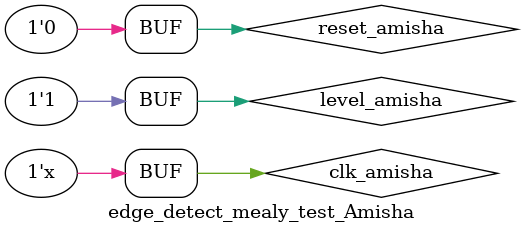
<source format=v>
`timescale 1ns / 1ps


module edge_detect_mealy_test_Amisha;
	// Inputs
	reg clk_amisha;
	reg reset_amisha;
	reg level_amisha;
	// Outputs
	wire tick_amisha;
	// Instantiate the Unit Under Test (UUT)
	edge_detect_mealy_Amisha uut (
		.clk_amisha(clk_amisha), 
		.reset_amisha(reset_amisha), 
		.level_amisha(level_amisha), 
		.tick_amisha(tick_amisha)
	);
	initial begin
		clk_amisha = 0;
		reset_amisha = 1;
		level_amisha = 0;
		#100;
		reset_amisha = 0;
		level_amisha = 0;
		#100;
		level_amisha = 1;
		#100;
	end 
always #50 clk_amisha = ~clk_amisha;          
endmodule


</source>
